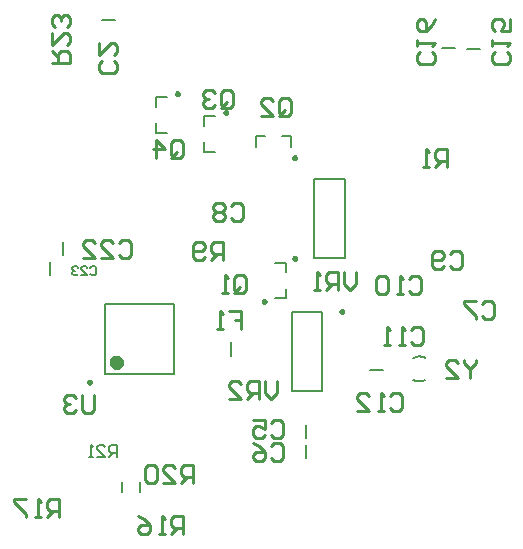
<source format=gbo>
%FSTAX23Y23*%
%MOMM*%
%SFA1B1*%

%IPPOS*%
%ADD26C,0.200000*%
%ADD27C,0.253999*%
%ADD52C,0.599999*%
%ADD54C,0.250000*%
%ADD56C,0.152000*%
%ADD57C,0.203000*%
%LNpcb_final_2-1*%
%LPD*%
G54D26*
X40574Y1679D02*
D01*
X40639Y16756*
X40706Y16726*
X40775Y16701*
X40845Y16681*
X40917Y16666*
X4099Y16656*
X41063Y1665*
X41136Y1665*
X41209Y16655*
X41282Y16666*
X41353Y16681*
X41424Y16701*
X41493Y16726*
X4156Y16756*
X41576Y16763*
Y18635D02*
D01*
X4151Y18666*
X41442Y18693*
X41371Y18714*
X413Y18731*
X41228Y18742*
X41155Y18749*
X41081Y1875*
X41008Y18746*
X40935Y18737*
X40863Y18723*
X40792Y18704*
X40723Y1868*
X40656Y18652*
X4059Y18618*
X40574Y18608*
X22899Y39099D02*
X23799D01*
X22899Y38299D02*
Y39099D01*
Y36099D02*
X23799D01*
X22899D02*
Y36899D01*
X18799Y40699D02*
X19699D01*
X18799Y39899D02*
Y40699D01*
Y37699D02*
X19699D01*
X18799D02*
Y38499D01*
X30249Y36499D02*
Y37399D01*
X29449D02*
X30249D01*
X27249Y36499D02*
Y37399D01*
X28049*
X14249Y47199D02*
X15349D01*
X43049Y44899D02*
X44149D01*
X45149Y44799D02*
X46249D01*
X36949Y17599D02*
X38049D01*
X28899Y23699D02*
X29799D01*
Y24499*
X28899Y26699D02*
X29799D01*
Y25899D02*
Y26699D01*
X32199Y27049D02*
Y33749D01*
X34799Y27049D02*
Y33749D01*
X32199Y27049D02*
X34799D01*
X32199Y33749D02*
X34799D01*
X25199Y18799D02*
Y19999D01*
X32899Y15849D02*
Y22549D01*
X30299Y15849D02*
Y22549D01*
X32899*
X30299Y15849D02*
X32899D01*
X31499Y10149D02*
Y11249D01*
Y11849D02*
Y12949D01*
X17449Y07299D02*
Y08099D01*
X15949Y07299D02*
Y08099D01*
X09799Y25649D02*
Y26749D01*
X10899Y27349D02*
Y28449D01*
X14449Y17249D02*
Y23149D01*
X20349Y17249D02*
Y23149D01*
X14449Y17249D02*
X20349D01*
X14449Y23149D02*
X20349D01*
G54D27*
X20065Y35813D02*
Y36829D01*
X20319Y37083*
X20827*
X21081Y36829*
Y35813*
X20827Y35559*
X20319*
X20573Y36067D02*
X20065Y35559D01*
X20319D02*
X20065Y35813D01*
X18796Y35559D02*
Y37083D01*
X19557Y36321*
X18542*
X24307Y40053D02*
Y41069D01*
X24561Y41323*
X25069*
X25323Y41069*
Y40053*
X25069Y39799*
X24561*
X24815Y40307D02*
X24307Y39799D01*
X24561D02*
X24307Y40053D01*
X23799Y41069D02*
X23545Y41323D01*
X23038*
X22784Y41069*
Y40815*
X23038Y40561*
X23291*
X23038*
X22784Y40307*
Y40053*
X23038Y39799*
X23545*
X23799Y40053*
X29235Y39369D02*
Y40385D01*
X29489Y40639*
X29996*
X3025Y40385*
Y39369*
X29996Y39115*
X29489*
X29743Y39623D02*
X29235Y39115D01*
X29489D02*
X29235Y39369D01*
X27711Y39115D02*
X28727D01*
X27711Y40131*
Y40385*
X27965Y40639*
X28473*
X28727Y40385*
X45871Y18414D02*
Y1816D01*
X45364Y17652*
X44856Y1816*
Y18414*
X45364Y17652D02*
Y1689D01*
X43332D02*
X44348D01*
X43332Y17906*
Y1816*
X43586Y18414*
X44094*
X44348Y1816*
X29031Y16636D02*
Y1562D01*
X28523Y15112*
X28016Y1562*
Y16636*
X27508Y15112D02*
Y16636D01*
X26746*
X26492Y16382*
Y15874*
X26746Y1562*
X27508*
X27D02*
X26492Y15112D01*
X24969D02*
X25984D01*
X24969Y16128*
Y16382*
X25222Y16636*
X2573*
X25984Y16382*
X35711Y25907D02*
Y24891D01*
X35204Y24383*
X34696Y24891*
Y25907*
X34188Y24383D02*
Y25907D01*
X33426*
X33172Y25653*
Y25145*
X33426Y24891*
X34188*
X3368D02*
X33172Y24383D01*
X32664D02*
X32157D01*
X3241*
Y25907*
X32664Y25653*
X13588Y15467D02*
Y14198D01*
X13334Y13944*
X12826*
X12572Y14198*
Y15467*
X12064Y15213D02*
X11811Y15467D01*
X11303*
X11049Y15213*
Y14959*
X11303Y14705*
X11557*
X11303*
X11049Y14451*
Y14198*
X11303Y13944*
X11811*
X12064Y14198*
X09981Y43636D02*
X11505D01*
Y44398*
X11251Y44652*
X10743*
X10489Y44398*
Y43636*
Y44144D02*
X09981Y44652D01*
Y46175D02*
Y4516D01*
X10997Y46175*
X11251*
X11505Y45921*
Y45414*
X11251Y4516*
Y46683D02*
X11505Y46937D01*
Y47445*
X11251Y47699*
X10997*
X10743Y47445*
Y47191*
Y47445*
X10489Y47699*
X10235*
X09981Y47445*
Y46937*
X10235Y46683*
X2197Y08D02*
Y09524D01*
X21208*
X20954Y0927*
Y08762*
X21208Y08508*
X2197*
X21462D02*
X20954Y08D01*
X19431D02*
X20446D01*
X19431Y09016*
Y0927*
X19685Y09524*
X20193*
X20446Y0927*
X18923D02*
X18669Y09524D01*
X18161*
X17907Y0927*
Y08254*
X18161Y08*
X18669*
X18923Y08254*
Y0927*
X10591Y05181D02*
Y06704D01*
X09829*
X09575Y0645*
Y05942*
X09829Y05688*
X10591*
X10083D02*
X09575Y05181D01*
X09067D02*
X08559D01*
X08813*
Y06704*
X09067Y0645*
X07798Y06704D02*
X06782D01*
Y0645*
X07798Y05435*
Y05181*
X21081Y03682D02*
Y05206D01*
X20319*
X20065Y04952*
Y04444*
X20319Y0419*
X21081*
X20573D02*
X20065Y03682D01*
X19557D02*
X1905D01*
X19304*
Y05206*
X19557Y04952*
X17272Y05206D02*
X1778Y04952D01*
X18288Y04444*
Y03936*
X18034Y03682*
X17526*
X17272Y03936*
Y0419*
X17526Y04444*
X18288*
X24453Y26919D02*
Y28443D01*
X23691*
X23437Y28189*
Y27681*
X23691Y27427*
X24453*
X23945D02*
X23437Y26919D01*
X22929Y27173D02*
X22675Y26919D01*
X22168*
X21914Y27173*
Y28189*
X22168Y28443*
X22675*
X22929Y28189*
Y27935*
X22675Y27681*
X21914*
X43458Y34797D02*
Y36321D01*
X42697*
X42443Y36067*
Y35559*
X42697Y35305*
X43458*
X42951D02*
X42443Y34797D01*
X41935D02*
X41427D01*
X41681*
Y36321*
X41935Y36067*
X25399Y24408D02*
Y25424D01*
X25653Y25678*
X26161*
X26415Y25424*
Y24408*
X26161Y24154*
X25653*
X25907Y24662D02*
X25399Y24154D01*
X25653D02*
X25399Y24408D01*
X24891Y24154D02*
X24384D01*
X24638*
Y25678*
X24891Y25424*
X24958Y226D02*
X25974D01*
Y21838*
X25466*
X25974*
Y21076*
X2445D02*
X23943D01*
X24197*
Y226*
X2445Y22346*
X15673Y28349D02*
X15927Y28603D01*
X16435*
X16689Y28349*
Y27333*
X16435Y27079*
X15927*
X15673Y27333*
X1415Y27079D02*
X15165D01*
X1415Y28095*
Y28349*
X14404Y28603*
X14912*
X15165Y28349*
X12626Y27079D02*
X13642D01*
X12626Y28095*
Y28349*
X1288Y28603*
X13388*
X13642Y28349*
X42137Y44499D02*
X42391Y44246D01*
Y43738*
X42137Y43484*
X41122*
X40868Y43738*
Y44246*
X41122Y44499*
X40868Y45007D02*
Y45515D01*
Y45261*
X42391*
X42137Y45007*
X42391Y47293D02*
X42137Y46785D01*
X41629Y46277*
X41122*
X40868Y46531*
Y47039*
X41122Y47293*
X41375*
X41629Y47039*
Y46277*
X48487Y44525D02*
X48741Y44271D01*
Y43763*
X48487Y43509*
X47472*
X47218Y43763*
Y44271*
X47472Y44525*
X47218Y45033D02*
Y45541D01*
Y45287*
X48741*
X48487Y45033*
X48741Y47318D02*
Y46302D01*
X47979*
X48233Y4681*
Y47064*
X47979Y47318*
X47472*
X47218Y47064*
Y46556*
X47472Y46302*
X38633Y15442D02*
X38887Y15696D01*
X39394*
X39648Y15442*
Y14426*
X39394Y14172*
X38887*
X38633Y14426*
X38125Y14172D02*
X37617D01*
X37871*
Y15696*
X38125Y15442*
X3584Y14172D02*
X36855D01*
X3584Y15188*
Y15442*
X36094Y15696*
X36601*
X36855Y15442*
X40411Y20954D02*
X40665Y21208D01*
X41172*
X41426Y20954*
Y19938*
X41172Y19684*
X40665*
X40411Y19938*
X39903Y19684D02*
X39395D01*
X39649*
Y21208*
X39903Y20954*
X38633Y19684D02*
X38125D01*
X38379*
Y21208*
X38633Y20954*
X40208Y25273D02*
X40462Y25527D01*
X4097*
X41224Y25273*
Y24257*
X4097Y24003*
X40462*
X40208Y24257*
X397Y24003D02*
X39192D01*
X39446*
Y25527*
X397Y25273*
X3843D02*
X38177Y25527D01*
X37669*
X37415Y25273*
Y24257*
X37669Y24003*
X38177*
X3843Y24257*
Y25273*
X43662Y27456D02*
X43916Y2771D01*
X44424*
X44678Y27456*
Y2644*
X44424Y26186*
X43916*
X43662Y2644*
X43154D02*
X429Y26186D01*
X42392*
X42138Y2644*
Y27456*
X42392Y2771*
X429*
X43154Y27456*
Y27202*
X429Y26948*
X42138*
X25145Y31495D02*
X25399Y31749D01*
X25907*
X26161Y31495*
Y30479*
X25907Y30225*
X25399*
X25145Y30479*
X24637Y31495D02*
X24384Y31749D01*
X23876*
X23622Y31495*
Y31241*
X23876Y30987*
X23622Y30733*
Y30479*
X23876Y30225*
X24384*
X24637Y30479*
Y30733*
X24384Y30987*
X24637Y31241*
Y31495*
X24384Y30987D02*
X23876D01*
X4638Y23214D02*
X46634Y23468D01*
X47141*
X47395Y23214*
Y22199*
X47141Y21945*
X46634*
X4638Y22199*
X45872Y23468D02*
X44856D01*
Y23214*
X45872Y22199*
Y21945*
X28574Y11149D02*
X28828Y11403D01*
X29336*
X2959Y11149*
Y10134*
X29336Y0988*
X28828*
X28574Y10134*
X27051Y11403D02*
X27559Y11149D01*
X28066Y10641*
Y10134*
X27813Y0988*
X27305*
X27051Y10134*
Y10387*
X27305Y10641*
X28066*
X28549Y13156D02*
X28803Y1341D01*
X29311*
X29565Y13156*
Y1214*
X29311Y11886*
X28803*
X28549Y1214*
X27025Y1341D02*
X28041D01*
Y12648*
X27533Y12902*
X27279*
X27025Y12648*
Y1214*
X27279Y11886*
X27787*
X28041Y1214*
X15213Y43788D02*
X15467Y43534D01*
Y43027*
X15213Y42773*
X14198*
X13944Y43027*
Y43534*
X14198Y43788*
X13944Y45312D02*
Y44296D01*
X14959Y45312*
X15213*
X15467Y45058*
Y4455*
X15213Y44296*
G54D52*
X15749Y18249D02*
D01*
X15749Y1827*
X15747Y18291*
X15743Y18312*
X15738Y18332*
X15731Y18352*
X15724Y18371*
X15714Y1839*
X15704Y18408*
X15692Y18426*
X15679Y18442*
X15665Y18458*
X1565Y18472*
X15634Y18486*
X15617Y18498*
X15599Y18509*
X15581Y18519*
X15562Y18528*
X15542Y18535*
X15522Y18541*
X15502Y18545*
X15481Y18548*
X1546Y18549*
X15439*
X15418Y18548*
X15397Y18545*
X15377Y18541*
X15357Y18535*
X15337Y18528*
X15318Y18519*
X15299Y18509*
X15282Y18498*
X15265Y18486*
X15249Y18472*
X15234Y18458*
X1522Y18442*
X15207Y18426*
X15195Y18408*
X15185Y1839*
X15175Y18371*
X15168Y18352*
X15161Y18332*
X15156Y18312*
X15152Y18291*
X1515Y1827*
X15149Y18249*
X1515Y18229*
X15152Y18208*
X15156Y18187*
X15161Y18167*
X15168Y18147*
X15175Y18127*
X15185Y18109*
X15195Y18091*
X15207Y18073*
X1522Y18057*
X15234Y18041*
X15249Y18027*
X15265Y18013*
X15282Y18001*
X15299Y1799*
X15318Y1798*
X15337Y17971*
X15357Y17964*
X15377Y17958*
X15397Y17954*
X15418Y17951*
X15439Y1795*
X1546*
X15481Y17951*
X15502Y17954*
X15522Y17958*
X15542Y17964*
X15562Y17971*
X15581Y1798*
X15599Y1799*
X15617Y18001*
X15634Y18013*
X1565Y18027*
X15665Y18041*
X15679Y18057*
X15692Y18073*
X15704Y18091*
X15714Y18109*
X15724Y18127*
X15731Y18147*
X15738Y18167*
X15743Y18187*
X15747Y18208*
X15749Y18229*
X15749Y18249*
G54D54*
X24849Y39399D02*
D01*
X24849Y39408*
X24848Y39417*
X24847Y39425*
X24845Y39434*
X24842Y39442*
X24839Y3945*
X24835Y39458*
X2483Y39466*
X24826Y39473*
X2482Y3948*
X24814Y39486*
X24808Y39492*
X24801Y39498*
X24794Y39503*
X24787Y39508*
X24779Y39512*
X24771Y39515*
X24763Y39518*
X24755Y39521*
X24746Y39523*
X24738Y39524*
X24729Y39524*
X2472*
X24711Y39524*
X24703Y39523*
X24694Y39521*
X24686Y39518*
X24678Y39515*
X2467Y39512*
X24662Y39508*
X24655Y39503*
X24648Y39498*
X24641Y39492*
X24635Y39486*
X24629Y3948*
X24623Y39473*
X24618Y39466*
X24614Y39458*
X2461Y3945*
X24607Y39442*
X24604Y39434*
X24602Y39425*
X24601Y39417*
X246Y39408*
X24599Y39399*
X246Y39391*
X24601Y39382*
X24602Y39373*
X24604Y39365*
X24607Y39357*
X2461Y39349*
X24614Y39341*
X24618Y39333*
X24623Y39326*
X24629Y39319*
X24635Y39313*
X24641Y39307*
X24648Y39301*
X24655Y39296*
X24662Y39291*
X2467Y39287*
X24678Y39284*
X24686Y39281*
X24694Y39278*
X24703Y39276*
X24711Y39275*
X2472Y39275*
X24729*
X24738Y39275*
X24746Y39276*
X24755Y39278*
X24763Y39281*
X24771Y39284*
X24779Y39287*
X24787Y39291*
X24794Y39296*
X24801Y39301*
X24808Y39307*
X24814Y39313*
X2482Y39319*
X24826Y39326*
X2483Y39333*
X24835Y39341*
X24839Y39349*
X24842Y39357*
X24845Y39365*
X24847Y39373*
X24848Y39382*
X24849Y39391*
X24849Y39399*
X20749Y40999D02*
D01*
X20749Y41008*
X20748Y41017*
X20747Y41025*
X20745Y41034*
X20742Y41042*
X20739Y4105*
X20735Y41058*
X2073Y41066*
X20726Y41073*
X2072Y4108*
X20714Y41086*
X20708Y41092*
X20701Y41098*
X20694Y41103*
X20687Y41108*
X20679Y41112*
X20671Y41115*
X20663Y41118*
X20655Y41121*
X20646Y41123*
X20638Y41124*
X20629Y41124*
X2062*
X20611Y41124*
X20603Y41123*
X20594Y41121*
X20586Y41118*
X20578Y41115*
X2057Y41112*
X20562Y41108*
X20555Y41103*
X20548Y41098*
X20541Y41092*
X20535Y41086*
X20529Y4108*
X20523Y41073*
X20518Y41066*
X20514Y41058*
X2051Y4105*
X20507Y41042*
X20504Y41034*
X20502Y41025*
X20501Y41017*
X205Y41008*
X20499Y40999*
X205Y40991*
X20501Y40982*
X20502Y40974*
X20504Y40965*
X20507Y40957*
X2051Y40949*
X20514Y40941*
X20518Y40933*
X20523Y40926*
X20529Y40919*
X20535Y40913*
X20541Y40907*
X20548Y40901*
X20555Y40896*
X20562Y40891*
X2057Y40887*
X20578Y40884*
X20586Y40881*
X20594Y40878*
X20603Y40876*
X20611Y40875*
X2062Y40875*
X20629*
X20638Y40875*
X20646Y40876*
X20655Y40878*
X20663Y40881*
X20671Y40884*
X20679Y40887*
X20687Y40891*
X20694Y40896*
X20701Y40901*
X20708Y40907*
X20714Y40913*
X2072Y40919*
X20726Y40926*
X2073Y40933*
X20735Y40941*
X20739Y40949*
X20742Y40957*
X20745Y40965*
X20747Y40974*
X20748Y40982*
X20749Y40991*
X20749Y40999*
X30674Y35574D02*
D01*
X30674Y35583*
X30673Y35592*
X30672Y356*
X3067Y35609*
X30667Y35617*
X30664Y35625*
X3066Y35633*
X30655Y35641*
X30651Y35648*
X30645Y35655*
X30639Y35661*
X30633Y35667*
X30626Y35673*
X30619Y35678*
X30612Y35683*
X30604Y35687*
X30596Y3569*
X30588Y35693*
X3058Y35696*
X30571Y35698*
X30563Y35699*
X30554Y35699*
X30545*
X30536Y35699*
X30528Y35698*
X30519Y35696*
X30511Y35693*
X30503Y3569*
X30495Y35687*
X30487Y35683*
X3048Y35678*
X30473Y35673*
X30466Y35667*
X3046Y35661*
X30454Y35655*
X30448Y35648*
X30443Y35641*
X30439Y35633*
X30435Y35625*
X30432Y35617*
X30429Y35609*
X30427Y356*
X30426Y35592*
X30425Y35583*
X30424Y35574*
X30425Y35566*
X30426Y35557*
X30427Y35549*
X30429Y3554*
X30432Y35532*
X30435Y35524*
X30439Y35516*
X30443Y35508*
X30448Y35501*
X30454Y35494*
X3046Y35488*
X30466Y35482*
X30473Y35476*
X3048Y35471*
X30487Y35466*
X30495Y35462*
X30503Y35459*
X30511Y35456*
X30519Y35453*
X30528Y35451*
X30536Y3545*
X30545Y3545*
X30554*
X30563Y3545*
X30571Y35451*
X3058Y35453*
X30588Y35456*
X30596Y35459*
X30604Y35462*
X30612Y35466*
X30619Y35471*
X30626Y35476*
X30633Y35482*
X30639Y35488*
X30645Y35494*
X30651Y35501*
X30655Y35508*
X3066Y35516*
X30664Y35524*
X30667Y35532*
X3067Y3554*
X30672Y35549*
X30673Y35557*
X30674Y35566*
X30674Y35574*
X28099Y23399D02*
D01*
X28099Y23408*
X28098Y23417*
X28097Y23425*
X28095Y23434*
X28092Y23442*
X28089Y2345*
X28085Y23458*
X2808Y23466*
X28076Y23473*
X2807Y2348*
X28064Y23486*
X28058Y23492*
X28051Y23498*
X28044Y23503*
X28037Y23508*
X28029Y23512*
X28021Y23515*
X28013Y23518*
X28005Y23521*
X27996Y23523*
X27988Y23524*
X27979Y23524*
X2797*
X27961Y23524*
X27953Y23523*
X27944Y23521*
X27936Y23518*
X27928Y23515*
X2792Y23512*
X27912Y23508*
X27905Y23503*
X27898Y23498*
X27891Y23492*
X27885Y23486*
X27879Y2348*
X27873Y23473*
X27868Y23466*
X27864Y23458*
X2786Y2345*
X27857Y23442*
X27854Y23434*
X27852Y23425*
X27851Y23417*
X2785Y23408*
X27849Y23399*
X2785Y23391*
X27851Y23382*
X27852Y23373*
X27854Y23365*
X27857Y23357*
X2786Y23349*
X27864Y23341*
X27868Y23333*
X27873Y23326*
X27879Y23319*
X27885Y23313*
X27891Y23307*
X27898Y23301*
X27905Y23296*
X27912Y23291*
X2792Y23287*
X27928Y23284*
X27936Y23281*
X27944Y23278*
X27953Y23276*
X27961Y23275*
X2797Y23275*
X27979*
X27988Y23275*
X27996Y23276*
X28005Y23278*
X28013Y23281*
X28021Y23284*
X28029Y23287*
X28037Y23291*
X28044Y23296*
X28051Y23301*
X28058Y23307*
X28064Y23313*
X2807Y23319*
X28076Y23326*
X2808Y23333*
X28085Y23341*
X28089Y23349*
X28092Y23357*
X28095Y23365*
X28097Y23373*
X28098Y23382*
X28099Y23391*
X28099Y23399*
X30674Y27049D02*
D01*
X30674Y27058*
X30673Y27067*
X30672Y27075*
X3067Y27084*
X30667Y27092*
X30664Y271*
X3066Y27108*
X30655Y27116*
X30651Y27123*
X30645Y2713*
X30639Y27136*
X30633Y27142*
X30626Y27148*
X30619Y27153*
X30612Y27158*
X30604Y27162*
X30596Y27165*
X30588Y27168*
X3058Y27171*
X30571Y27173*
X30563Y27174*
X30554Y27174*
X30545*
X30536Y27174*
X30528Y27173*
X30519Y27171*
X30511Y27168*
X30503Y27165*
X30495Y27162*
X30487Y27158*
X3048Y27153*
X30473Y27148*
X30466Y27142*
X3046Y27136*
X30454Y2713*
X30448Y27123*
X30443Y27116*
X30439Y27108*
X30435Y271*
X30432Y27092*
X30429Y27084*
X30427Y27075*
X30426Y27067*
X30425Y27058*
X30424Y27049*
X30425Y27041*
X30426Y27032*
X30427Y27023*
X30429Y27015*
X30432Y27007*
X30435Y26999*
X30439Y26991*
X30443Y26983*
X30448Y26976*
X30454Y26969*
X3046Y26963*
X30466Y26957*
X30473Y26951*
X3048Y26946*
X30487Y26941*
X30495Y26937*
X30503Y26934*
X30511Y26931*
X30519Y26928*
X30528Y26926*
X30536Y26925*
X30545Y26925*
X30554*
X30563Y26925*
X30571Y26926*
X3058Y26928*
X30588Y26931*
X30596Y26934*
X30604Y26937*
X30612Y26941*
X30619Y26946*
X30626Y26951*
X30633Y26957*
X30639Y26963*
X30645Y26969*
X30651Y26976*
X30655Y26983*
X3066Y26991*
X30664Y26999*
X30667Y27007*
X3067Y27015*
X30672Y27023*
X30673Y27032*
X30674Y27041*
X30674Y27049*
X34674Y22549D02*
D01*
X34674Y22558*
X34673Y22567*
X34672Y22575*
X3467Y22584*
X34667Y22592*
X34664Y226*
X3466Y22608*
X34655Y22616*
X34651Y22623*
X34645Y2263*
X34639Y22636*
X34633Y22642*
X34626Y22648*
X34619Y22653*
X34612Y22658*
X34604Y22662*
X34596Y22665*
X34588Y22668*
X3458Y22671*
X34571Y22673*
X34563Y22674*
X34554Y22674*
X34545*
X34536Y22674*
X34528Y22673*
X34519Y22671*
X34511Y22668*
X34503Y22665*
X34495Y22662*
X34487Y22658*
X3448Y22653*
X34473Y22648*
X34466Y22642*
X3446Y22636*
X34454Y2263*
X34448Y22623*
X34443Y22616*
X34439Y22608*
X34435Y226*
X34432Y22592*
X34429Y22584*
X34427Y22575*
X34426Y22567*
X34425Y22558*
X34424Y22549*
X34425Y22541*
X34426Y22532*
X34427Y22524*
X34429Y22515*
X34432Y22507*
X34435Y22499*
X34439Y22491*
X34443Y22483*
X34448Y22476*
X34454Y22469*
X3446Y22463*
X34466Y22457*
X34473Y22451*
X3448Y22446*
X34487Y22441*
X34495Y22437*
X34503Y22434*
X34511Y22431*
X34519Y22428*
X34528Y22426*
X34536Y22425*
X34545Y22425*
X34554*
X34563Y22425*
X34571Y22426*
X3458Y22428*
X34588Y22431*
X34596Y22434*
X34604Y22437*
X34612Y22441*
X34619Y22446*
X34626Y22451*
X34633Y22457*
X34639Y22463*
X34645Y22469*
X34651Y22476*
X34655Y22483*
X3466Y22491*
X34664Y22499*
X34667Y22507*
X3467Y22515*
X34672Y22524*
X34673Y22532*
X34674Y22541*
X34674Y22549*
X13324Y16574D02*
D01*
X13324Y16583*
X13323Y16592*
X13322Y166*
X1332Y16609*
X13317Y16617*
X13314Y16625*
X1331Y16633*
X13305Y16641*
X13301Y16648*
X13295Y16655*
X13289Y16661*
X13283Y16667*
X13276Y16673*
X13269Y16678*
X13262Y16683*
X13254Y16687*
X13246Y1669*
X13238Y16693*
X1323Y16696*
X13221Y16698*
X13213Y16699*
X13204Y16699*
X13195*
X13186Y16699*
X13178Y16698*
X13169Y16696*
X13161Y16693*
X13153Y1669*
X13145Y16687*
X13137Y16683*
X1313Y16678*
X13123Y16673*
X13116Y16667*
X1311Y16661*
X13104Y16655*
X13098Y16648*
X13093Y16641*
X13089Y16633*
X13085Y16625*
X13082Y16617*
X13079Y16609*
X13077Y166*
X13076Y16592*
X13075Y16583*
X13074Y16574*
X13075Y16566*
X13076Y16557*
X13077Y16548*
X13079Y1654*
X13082Y16532*
X13085Y16524*
X13089Y16516*
X13093Y16508*
X13098Y16501*
X13104Y16494*
X1311Y16488*
X13116Y16482*
X13123Y16476*
X1313Y16471*
X13137Y16466*
X13145Y16462*
X13153Y16459*
X13161Y16456*
X13169Y16453*
X13178Y16451*
X13186Y1645*
X13195Y1645*
X13204*
X13213Y1645*
X13221Y16451*
X1323Y16453*
X13238Y16456*
X13246Y16459*
X13254Y16462*
X13262Y16466*
X13269Y16471*
X13276Y16476*
X13283Y16482*
X13289Y16488*
X13295Y16494*
X13301Y16501*
X13305Y16508*
X1331Y16516*
X13314Y16524*
X13317Y16532*
X1332Y1654*
X13322Y16548*
X13323Y16557*
X13324Y16566*
X13324Y16574*
G54D56*
X15468Y1021D02*
Y11225D01*
X1496*
X1479Y11056*
Y10718*
X1496Y10548*
X15468*
X15129D02*
X1479Y1021D01*
X13775D02*
X14452D01*
X13775Y10887*
Y11056*
X13944Y11225*
X14283*
X14452Y11056*
X13436Y1021D02*
X13098D01*
X13267*
Y11225*
X13436Y11056*
G54D57*
X13233Y26262D02*
X1336Y26389D01*
X13613*
X1374Y26262*
Y25755*
X13613Y25628*
X1336*
X13233Y25755*
X12471Y25628D02*
X12979D01*
X12471Y26135*
Y26262*
X12598Y26389*
X12852*
X12979Y26262*
X12217D02*
X1209Y26389D01*
X11836*
X11709Y26262*
Y26135*
X11836Y26008*
X11963*
X11836*
X11709Y25882*
Y25755*
X11836Y25628*
X1209*
X12217Y25755*
M02*
</source>
